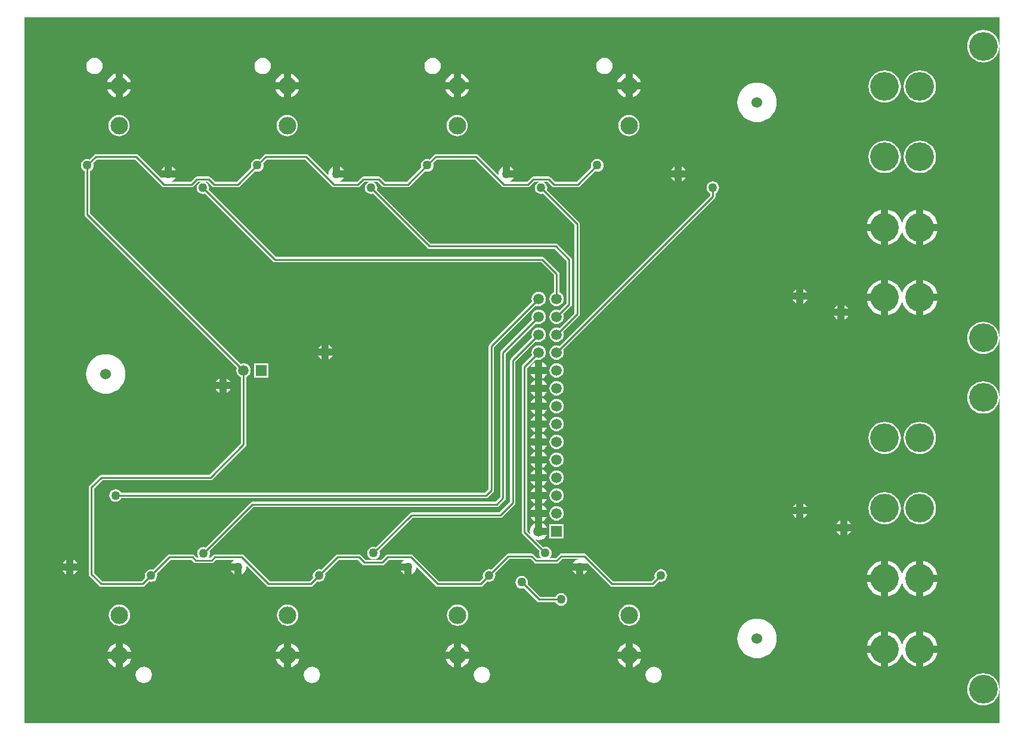
<source format=gbl>
G04 Layer_Physical_Order=2*
G04 Layer_Color=16711680*
%FSLAX23Y23*%
%MOIN*%
G70*
G01*
G75*
%ADD24C,0.010*%
%ADD29C,0.060*%
%ADD30C,0.098*%
%ADD31C,0.160*%
%ADD32C,0.059*%
%ADD33R,0.059X0.059*%
%ADD34R,0.059X0.059*%
%ADD35C,0.050*%
G36*
X6975Y1025D02*
X1525D01*
Y4975D01*
X6975D01*
Y1025D01*
D02*
G37*
%LPC*%
G36*
X4380Y2245D02*
X4375Y2243D01*
X4365Y2235D01*
X4357Y2225D01*
X4355Y2220D01*
X4380D01*
Y2245D01*
D02*
G37*
G36*
X4420D02*
Y2220D01*
X4445D01*
X4443Y2225D01*
X4435Y2235D01*
X4425Y2243D01*
X4420Y2245D01*
D02*
G37*
G36*
X5900Y2195D02*
X5880D01*
Y2175D01*
X5883Y2176D01*
X5892Y2183D01*
X5899Y2192D01*
X5900Y2195D01*
D02*
G37*
G36*
X4500Y2240D02*
X4490Y2239D01*
X4480Y2235D01*
X4472Y2228D01*
X4465Y2220D01*
X4461Y2210D01*
X4460Y2200D01*
X4461Y2190D01*
X4465Y2180D01*
X4472Y2172D01*
X4480Y2165D01*
X4490Y2161D01*
X4500Y2160D01*
X4510Y2161D01*
X4520Y2165D01*
X4528Y2172D01*
X4535Y2180D01*
X4539Y2190D01*
X4540Y2200D01*
X4539Y2210D01*
X4535Y2220D01*
X4528Y2228D01*
X4520Y2235D01*
X4510Y2239D01*
X4500Y2240D01*
D02*
G37*
G36*
X5840Y2195D02*
X5820D01*
X5821Y2192D01*
X5828Y2183D01*
X5837Y2176D01*
X5840Y2175D01*
Y2195D01*
D02*
G37*
G36*
X4445Y2280D02*
X4420D01*
Y2255D01*
X4425Y2257D01*
X4435Y2265D01*
X4443Y2275D01*
X4445Y2280D01*
D02*
G37*
G36*
X4500Y2340D02*
X4490Y2339D01*
X4480Y2335D01*
X4472Y2328D01*
X4465Y2320D01*
X4461Y2310D01*
X4460Y2300D01*
X4461Y2290D01*
X4465Y2280D01*
X4472Y2272D01*
X4480Y2265D01*
X4490Y2261D01*
X4500Y2260D01*
X4510Y2261D01*
X4520Y2265D01*
X4528Y2272D01*
X4535Y2280D01*
X4539Y2290D01*
X4540Y2300D01*
X4539Y2310D01*
X4535Y2320D01*
X4528Y2328D01*
X4520Y2335D01*
X4510Y2339D01*
X4500Y2340D01*
D02*
G37*
G36*
X4380Y2280D02*
X4355D01*
X4357Y2275D01*
X4365Y2265D01*
X4375Y2257D01*
X4380Y2255D01*
Y2280D01*
D02*
G37*
G36*
X5840Y2255D02*
X5837Y2254D01*
X5828Y2247D01*
X5821Y2238D01*
X5820Y2235D01*
X5840D01*
Y2255D01*
D02*
G37*
G36*
X5880D02*
Y2235D01*
X5900D01*
X5899Y2238D01*
X5892Y2247D01*
X5883Y2254D01*
X5880Y2255D01*
D02*
G37*
G36*
X4445Y2180D02*
X4420D01*
Y2155D01*
X4425Y2157D01*
X4435Y2165D01*
X4443Y2175D01*
X4445Y2180D01*
D02*
G37*
G36*
X6145Y2100D02*
X6125D01*
Y2080D01*
X6128Y2081D01*
X6137Y2088D01*
X6144Y2097D01*
X6145Y2100D01*
D02*
G37*
G36*
X4420Y2145D02*
Y2120D01*
X4445D01*
X4443Y2125D01*
X4435Y2135D01*
X4425Y2143D01*
X4420Y2145D01*
D02*
G37*
G36*
X6085Y2100D02*
X6065D01*
X6066Y2097D01*
X6073Y2088D01*
X6082Y2081D01*
X6085Y2080D01*
Y2100D01*
D02*
G37*
G36*
X1800Y1940D02*
Y1920D01*
X1821D01*
X1819Y1922D01*
X1812Y1932D01*
X1803Y1939D01*
X1800Y1940D01*
D02*
G37*
G36*
X4540Y2140D02*
X4460D01*
Y2060D01*
X4540D01*
Y2140D01*
D02*
G37*
G36*
X6125Y2160D02*
Y2140D01*
X6145D01*
X6144Y2143D01*
X6137Y2152D01*
X6128Y2159D01*
X6125Y2160D01*
D02*
G37*
G36*
X4380Y2180D02*
X4355D01*
X4357Y2175D01*
X4365Y2165D01*
X4375Y2157D01*
X4380Y2155D01*
Y2180D01*
D02*
G37*
G36*
X6085Y2160D02*
X6082Y2159D01*
X6073Y2152D01*
X6066Y2143D01*
X6065Y2140D01*
X6085D01*
Y2160D01*
D02*
G37*
G36*
X6333Y2319D02*
X6316Y2317D01*
X6299Y2312D01*
X6283Y2304D01*
X6269Y2293D01*
X6258Y2279D01*
X6250Y2263D01*
X6244Y2246D01*
X6243Y2229D01*
X6244Y2211D01*
X6250Y2194D01*
X6258Y2178D01*
X6269Y2165D01*
X6283Y2154D01*
X6299Y2145D01*
X6316Y2140D01*
X6333Y2138D01*
X6351Y2140D01*
X6368Y2145D01*
X6383Y2154D01*
X6397Y2165D01*
X6408Y2178D01*
X6417Y2194D01*
X6422Y2211D01*
X6424Y2229D01*
X6422Y2246D01*
X6417Y2263D01*
X6408Y2279D01*
X6397Y2293D01*
X6383Y2304D01*
X6368Y2312D01*
X6351Y2317D01*
X6333Y2319D01*
D02*
G37*
G36*
X6530D02*
X6512Y2317D01*
X6495Y2312D01*
X6480Y2304D01*
X6466Y2293D01*
X6455Y2279D01*
X6446Y2263D01*
X6441Y2246D01*
X6440Y2229D01*
X6441Y2211D01*
X6446Y2194D01*
X6455Y2178D01*
X6466Y2165D01*
X6480Y2154D01*
X6495Y2145D01*
X6512Y2140D01*
X6530Y2138D01*
X6548Y2140D01*
X6565Y2145D01*
X6580Y2154D01*
X6594Y2165D01*
X6605Y2178D01*
X6614Y2194D01*
X6619Y2211D01*
X6620Y2229D01*
X6619Y2246D01*
X6614Y2263D01*
X6605Y2279D01*
X6594Y2293D01*
X6580Y2304D01*
X6565Y2312D01*
X6548Y2317D01*
X6530Y2319D01*
D02*
G37*
G36*
X4380Y2345D02*
X4375Y2343D01*
X4365Y2335D01*
X4357Y2325D01*
X4355Y2320D01*
X4380D01*
Y2345D01*
D02*
G37*
G36*
X4445Y2580D02*
X4420D01*
Y2555D01*
X4425Y2557D01*
X4435Y2565D01*
X4443Y2575D01*
X4445Y2580D01*
D02*
G37*
G36*
X4500Y2640D02*
X4490Y2639D01*
X4480Y2635D01*
X4472Y2628D01*
X4465Y2620D01*
X4461Y2610D01*
X4460Y2600D01*
X4461Y2590D01*
X4465Y2580D01*
X4472Y2572D01*
X4480Y2565D01*
X4490Y2561D01*
X4500Y2560D01*
X4510Y2561D01*
X4520Y2565D01*
X4528Y2572D01*
X4535Y2580D01*
X4539Y2590D01*
X4540Y2600D01*
X4539Y2610D01*
X4535Y2620D01*
X4528Y2628D01*
X4520Y2635D01*
X4510Y2639D01*
X4500Y2640D01*
D02*
G37*
G36*
X4380Y2580D02*
X4355D01*
X4357Y2575D01*
X4365Y2565D01*
X4375Y2557D01*
X4380Y2555D01*
Y2580D01*
D02*
G37*
G36*
X6333Y2713D02*
X6316Y2711D01*
X6299Y2706D01*
X6283Y2698D01*
X6269Y2686D01*
X6258Y2673D01*
X6250Y2657D01*
X6244Y2640D01*
X6243Y2622D01*
X6244Y2605D01*
X6250Y2588D01*
X6258Y2572D01*
X6269Y2558D01*
X6283Y2547D01*
X6299Y2539D01*
X6316Y2534D01*
X6333Y2532D01*
X6351Y2534D01*
X6368Y2539D01*
X6383Y2547D01*
X6397Y2558D01*
X6408Y2572D01*
X6417Y2588D01*
X6422Y2605D01*
X6424Y2622D01*
X6422Y2640D01*
X6417Y2657D01*
X6408Y2673D01*
X6397Y2686D01*
X6383Y2698D01*
X6368Y2706D01*
X6351Y2711D01*
X6333Y2713D01*
D02*
G37*
G36*
X6530D02*
X6512Y2711D01*
X6495Y2706D01*
X6480Y2698D01*
X6466Y2686D01*
X6455Y2673D01*
X6446Y2657D01*
X6441Y2640D01*
X6440Y2622D01*
X6441Y2605D01*
X6446Y2588D01*
X6455Y2572D01*
X6466Y2558D01*
X6480Y2547D01*
X6495Y2539D01*
X6512Y2534D01*
X6530Y2532D01*
X6548Y2534D01*
X6565Y2539D01*
X6580Y2547D01*
X6594Y2558D01*
X6605Y2572D01*
X6614Y2588D01*
X6619Y2605D01*
X6620Y2622D01*
X6619Y2640D01*
X6614Y2657D01*
X6605Y2673D01*
X6594Y2686D01*
X6580Y2698D01*
X6565Y2706D01*
X6548Y2711D01*
X6530Y2713D01*
D02*
G37*
G36*
X4445Y2680D02*
X4420D01*
Y2655D01*
X4425Y2657D01*
X4435Y2665D01*
X4443Y2675D01*
X4445Y2680D01*
D02*
G37*
G36*
X4500Y2740D02*
X4490Y2739D01*
X4480Y2735D01*
X4472Y2728D01*
X4465Y2720D01*
X4461Y2710D01*
X4460Y2700D01*
X4461Y2690D01*
X4465Y2680D01*
X4472Y2672D01*
X4480Y2665D01*
X4490Y2661D01*
X4500Y2660D01*
X4510Y2661D01*
X4520Y2665D01*
X4528Y2672D01*
X4535Y2680D01*
X4539Y2690D01*
X4540Y2700D01*
X4539Y2710D01*
X4535Y2720D01*
X4528Y2728D01*
X4520Y2735D01*
X4510Y2739D01*
X4500Y2740D01*
D02*
G37*
G36*
X4380Y2680D02*
X4355D01*
X4357Y2675D01*
X4365Y2665D01*
X4375Y2657D01*
X4380Y2655D01*
Y2680D01*
D02*
G37*
G36*
Y2645D02*
X4375Y2643D01*
X4365Y2635D01*
X4357Y2625D01*
X4355Y2620D01*
X4380D01*
Y2645D01*
D02*
G37*
G36*
X4420D02*
Y2620D01*
X4445D01*
X4443Y2625D01*
X4435Y2635D01*
X4425Y2643D01*
X4420Y2645D01*
D02*
G37*
G36*
Y2545D02*
Y2520D01*
X4445D01*
X4443Y2525D01*
X4435Y2535D01*
X4425Y2543D01*
X4420Y2545D01*
D02*
G37*
G36*
X4500Y2440D02*
X4490Y2439D01*
X4480Y2435D01*
X4472Y2428D01*
X4465Y2420D01*
X4461Y2410D01*
X4460Y2400D01*
X4461Y2390D01*
X4465Y2380D01*
X4472Y2372D01*
X4480Y2365D01*
X4490Y2361D01*
X4500Y2360D01*
X4510Y2361D01*
X4520Y2365D01*
X4528Y2372D01*
X4535Y2380D01*
X4539Y2390D01*
X4540Y2400D01*
X4539Y2410D01*
X4535Y2420D01*
X4528Y2428D01*
X4520Y2435D01*
X4510Y2439D01*
X4500Y2440D01*
D02*
G37*
G36*
X4380Y2445D02*
X4375Y2443D01*
X4365Y2435D01*
X4357Y2425D01*
X4355Y2420D01*
X4380D01*
Y2445D01*
D02*
G37*
G36*
X4445Y2380D02*
X4420D01*
Y2355D01*
X4425Y2357D01*
X4435Y2365D01*
X4443Y2375D01*
X4445Y2380D01*
D02*
G37*
G36*
X4420Y2345D02*
Y2320D01*
X4445D01*
X4443Y2325D01*
X4435Y2335D01*
X4425Y2343D01*
X4420Y2345D01*
D02*
G37*
G36*
X4380Y2380D02*
X4355D01*
X4357Y2375D01*
X4365Y2365D01*
X4375Y2357D01*
X4380Y2355D01*
Y2380D01*
D02*
G37*
G36*
X4500Y2540D02*
X4490Y2539D01*
X4480Y2535D01*
X4472Y2528D01*
X4465Y2520D01*
X4461Y2510D01*
X4460Y2500D01*
X4461Y2490D01*
X4465Y2480D01*
X4472Y2472D01*
X4480Y2465D01*
X4490Y2461D01*
X4500Y2460D01*
X4510Y2461D01*
X4520Y2465D01*
X4528Y2472D01*
X4535Y2480D01*
X4539Y2490D01*
X4540Y2500D01*
X4539Y2510D01*
X4535Y2520D01*
X4528Y2528D01*
X4520Y2535D01*
X4510Y2539D01*
X4500Y2540D01*
D02*
G37*
G36*
X4380Y2545D02*
X4375Y2543D01*
X4365Y2535D01*
X4357Y2525D01*
X4355Y2520D01*
X4380D01*
Y2545D01*
D02*
G37*
G36*
X4445Y2480D02*
X4420D01*
Y2455D01*
X4425Y2457D01*
X4435Y2465D01*
X4443Y2475D01*
X4445Y2480D01*
D02*
G37*
G36*
X4420Y2445D02*
Y2420D01*
X4445D01*
X4443Y2425D01*
X4435Y2435D01*
X4425Y2443D01*
X4420Y2445D01*
D02*
G37*
G36*
X4380Y2480D02*
X4355D01*
X4357Y2475D01*
X4365Y2465D01*
X4375Y2457D01*
X4380Y2455D01*
Y2480D01*
D02*
G37*
G36*
X1760Y1940D02*
X1757Y1939D01*
X1748Y1932D01*
X1741Y1922D01*
X1740Y1920D01*
X1760D01*
Y1940D01*
D02*
G37*
G36*
X6353Y1540D02*
Y1441D01*
Y1343D01*
X6372Y1348D01*
X6389Y1358D01*
X6404Y1370D01*
X6417Y1385D01*
X6426Y1403D01*
X6432Y1421D01*
X6437Y1403D01*
X6446Y1385D01*
X6459Y1370D01*
X6474Y1358D01*
X6492Y1348D01*
X6510Y1343D01*
Y1441D01*
Y1540D01*
X6492Y1534D01*
X6474Y1525D01*
X6459Y1512D01*
X6446Y1497D01*
X6437Y1480D01*
X6432Y1461D01*
X6426Y1480D01*
X6417Y1497D01*
X6404Y1512D01*
X6389Y1525D01*
X6372Y1534D01*
X6353Y1540D01*
D02*
G37*
G36*
X6628Y1421D02*
X6550D01*
Y1343D01*
X6568Y1348D01*
X6586Y1358D01*
X6601Y1370D01*
X6614Y1385D01*
X6623Y1403D01*
X6628Y1421D01*
D02*
G37*
G36*
X6313D02*
X6235D01*
X6240Y1403D01*
X6250Y1385D01*
X6262Y1370D01*
X6277Y1358D01*
X6295Y1348D01*
X6313Y1343D01*
Y1421D01*
D02*
G37*
G36*
X2036Y1386D02*
X1990D01*
X1992Y1379D01*
X1998Y1367D01*
X2007Y1356D01*
X2018Y1348D01*
X2030Y1341D01*
X2036Y1339D01*
Y1386D01*
D02*
G37*
G36*
X2976D02*
X2930D01*
X2932Y1379D01*
X2938Y1367D01*
X2947Y1356D01*
X2958Y1348D01*
X2970Y1341D01*
X2976Y1339D01*
Y1386D01*
D02*
G37*
G36*
X4886Y1472D02*
X4880Y1470D01*
X4868Y1463D01*
X4857Y1455D01*
X4848Y1444D01*
X4842Y1432D01*
X4840Y1426D01*
X4886D01*
Y1472D01*
D02*
G37*
G36*
X2976D02*
X2970Y1470D01*
X2958Y1463D01*
X2947Y1455D01*
X2938Y1444D01*
X2932Y1432D01*
X2930Y1426D01*
X2976D01*
Y1472D01*
D02*
G37*
G36*
X3926D02*
X3920Y1470D01*
X3908Y1463D01*
X3897Y1455D01*
X3888Y1444D01*
X3882Y1432D01*
X3880Y1426D01*
X3926D01*
Y1472D01*
D02*
G37*
G36*
X5620Y1610D02*
X5603Y1609D01*
X5586Y1605D01*
X5570Y1598D01*
X5555Y1589D01*
X5542Y1578D01*
X5531Y1565D01*
X5522Y1550D01*
X5515Y1534D01*
X5511Y1517D01*
X5510Y1500D01*
X5511Y1483D01*
X5515Y1466D01*
X5522Y1450D01*
X5531Y1435D01*
X5542Y1422D01*
X5555Y1411D01*
X5570Y1402D01*
X5586Y1395D01*
X5603Y1391D01*
X5620Y1390D01*
X5637Y1391D01*
X5654Y1395D01*
X5670Y1402D01*
X5685Y1411D01*
X5698Y1422D01*
X5709Y1435D01*
X5718Y1450D01*
X5725Y1466D01*
X5729Y1483D01*
X5730Y1500D01*
X5729Y1517D01*
X5725Y1534D01*
X5718Y1550D01*
X5709Y1565D01*
X5698Y1578D01*
X5685Y1589D01*
X5670Y1598D01*
X5654Y1605D01*
X5637Y1609D01*
X5620Y1610D01*
D02*
G37*
G36*
X2036Y1472D02*
X2030Y1470D01*
X2018Y1463D01*
X2007Y1455D01*
X1998Y1444D01*
X1992Y1432D01*
X1990Y1426D01*
X2036D01*
Y1472D01*
D02*
G37*
G36*
X4886Y1386D02*
X4840D01*
X4842Y1379D01*
X4848Y1367D01*
X4857Y1356D01*
X4868Y1348D01*
X4880Y1341D01*
X4886Y1339D01*
Y1386D01*
D02*
G37*
G36*
X4083Y1342D02*
X4071Y1341D01*
X4060Y1336D01*
X4051Y1329D01*
X4043Y1319D01*
X4039Y1308D01*
X4037Y1297D01*
X4039Y1285D01*
X4043Y1274D01*
X4051Y1264D01*
X4060Y1257D01*
X4071Y1252D01*
X4083Y1251D01*
X4095Y1252D01*
X4106Y1257D01*
X4116Y1264D01*
X4123Y1274D01*
X4127Y1285D01*
X4129Y1297D01*
X4127Y1308D01*
X4123Y1319D01*
X4116Y1329D01*
X4106Y1336D01*
X4095Y1341D01*
X4083Y1342D01*
D02*
G37*
G36*
X5043D02*
X5031Y1341D01*
X5020Y1336D01*
X5011Y1329D01*
X5003Y1319D01*
X4999Y1308D01*
X4997Y1297D01*
X4999Y1285D01*
X5003Y1274D01*
X5011Y1264D01*
X5020Y1257D01*
X5031Y1252D01*
X5043Y1251D01*
X5055Y1252D01*
X5066Y1257D01*
X5076Y1264D01*
X5083Y1274D01*
X5087Y1285D01*
X5089Y1297D01*
X5087Y1308D01*
X5083Y1319D01*
X5076Y1329D01*
X5066Y1336D01*
X5055Y1341D01*
X5043Y1342D01*
D02*
G37*
G36*
X3133D02*
X3121Y1341D01*
X3110Y1336D01*
X3101Y1329D01*
X3093Y1319D01*
X3089Y1308D01*
X3087Y1297D01*
X3089Y1285D01*
X3093Y1274D01*
X3101Y1264D01*
X3110Y1257D01*
X3121Y1252D01*
X3133Y1251D01*
X3145Y1252D01*
X3156Y1257D01*
X3166Y1264D01*
X3173Y1274D01*
X3177Y1285D01*
X3179Y1297D01*
X3177Y1308D01*
X3173Y1319D01*
X3166Y1329D01*
X3156Y1336D01*
X3145Y1341D01*
X3133Y1342D01*
D02*
G37*
G36*
X6884Y1306D02*
X6867Y1304D01*
X6850Y1299D01*
X6834Y1291D01*
X6820Y1280D01*
X6809Y1266D01*
X6801Y1250D01*
X6796Y1233D01*
X6794Y1216D01*
X6796Y1198D01*
X6801Y1181D01*
X6809Y1165D01*
X6820Y1152D01*
X6834Y1141D01*
X6850Y1132D01*
X6867Y1127D01*
X6884Y1125D01*
X6902Y1127D01*
X6919Y1132D01*
X6935Y1141D01*
X6948Y1152D01*
X6960Y1165D01*
X6968Y1181D01*
X6973Y1198D01*
X6975Y1216D01*
X6973Y1233D01*
X6968Y1250D01*
X6960Y1266D01*
X6948Y1280D01*
X6935Y1291D01*
X6919Y1299D01*
X6902Y1304D01*
X6884Y1306D01*
D02*
G37*
G36*
X2193Y1342D02*
X2181Y1341D01*
X2170Y1336D01*
X2161Y1329D01*
X2153Y1319D01*
X2149Y1308D01*
X2147Y1297D01*
X2149Y1285D01*
X2153Y1274D01*
X2161Y1264D01*
X2170Y1257D01*
X2181Y1252D01*
X2193Y1251D01*
X2205Y1252D01*
X2216Y1257D01*
X2226Y1264D01*
X2233Y1274D01*
X2237Y1285D01*
X2239Y1297D01*
X2237Y1308D01*
X2233Y1319D01*
X2226Y1329D01*
X2216Y1336D01*
X2205Y1341D01*
X2193Y1342D01*
D02*
G37*
G36*
X4972Y1386D02*
X4926D01*
Y1339D01*
X4933Y1341D01*
X4945Y1348D01*
X4955Y1356D01*
X4964Y1367D01*
X4970Y1379D01*
X4972Y1386D01*
D02*
G37*
G36*
X3926D02*
X3880D01*
X3882Y1379D01*
X3888Y1367D01*
X3897Y1356D01*
X3908Y1348D01*
X3920Y1341D01*
X3926Y1339D01*
Y1386D01*
D02*
G37*
G36*
X4012D02*
X3966D01*
Y1339D01*
X3973Y1341D01*
X3985Y1348D01*
X3995Y1356D01*
X4004Y1367D01*
X4010Y1379D01*
X4012Y1386D01*
D02*
G37*
G36*
X2122D02*
X2076D01*
Y1339D01*
X2083Y1341D01*
X2095Y1348D01*
X2105Y1356D01*
X2114Y1367D01*
X2120Y1379D01*
X2122Y1386D01*
D02*
G37*
G36*
X3062D02*
X3016D01*
Y1339D01*
X3023Y1341D01*
X3035Y1348D01*
X3045Y1356D01*
X3054Y1367D01*
X3060Y1379D01*
X3062Y1386D01*
D02*
G37*
G36*
X2076Y1472D02*
Y1426D01*
X2122D01*
X2120Y1432D01*
X2114Y1444D01*
X2105Y1455D01*
X2095Y1463D01*
X2083Y1470D01*
X2076Y1472D01*
D02*
G37*
G36*
X6550Y1933D02*
Y1855D01*
X6628D01*
X6623Y1873D01*
X6614Y1891D01*
X6601Y1906D01*
X6586Y1919D01*
X6568Y1928D01*
X6550Y1933D01*
D02*
G37*
G36*
X1760Y1880D02*
X1740D01*
X1741Y1877D01*
X1748Y1867D01*
X1757Y1860D01*
X1760Y1859D01*
Y1880D01*
D02*
G37*
G36*
X6313Y1933D02*
X6295Y1928D01*
X6277Y1919D01*
X6262Y1906D01*
X6250Y1891D01*
X6240Y1873D01*
X6235Y1855D01*
X6313D01*
Y1933D01*
D02*
G37*
G36*
X6353D02*
Y1835D01*
Y1737D01*
X6372Y1742D01*
X6389Y1751D01*
X6404Y1764D01*
X6417Y1779D01*
X6426Y1797D01*
X6432Y1815D01*
X6437Y1797D01*
X6446Y1779D01*
X6459Y1764D01*
X6474Y1751D01*
X6492Y1742D01*
X6510Y1737D01*
Y1835D01*
Y1933D01*
X6492Y1928D01*
X6474Y1919D01*
X6459Y1906D01*
X6446Y1891D01*
X6437Y1873D01*
X6432Y1855D01*
X6426Y1873D01*
X6417Y1891D01*
X6404Y1906D01*
X6389Y1919D01*
X6372Y1928D01*
X6353Y1933D01*
D02*
G37*
G36*
X6628Y1815D02*
X6550D01*
Y1737D01*
X6568Y1742D01*
X6586Y1751D01*
X6601Y1764D01*
X6614Y1779D01*
X6623Y1797D01*
X6628Y1815D01*
D02*
G37*
G36*
X4610Y1880D02*
X4590D01*
X4591Y1877D01*
X4598Y1868D01*
X4607Y1861D01*
X4610Y1860D01*
Y1880D01*
D02*
G37*
G36*
X4670D02*
X4650D01*
Y1860D01*
X4653Y1861D01*
X4662Y1868D01*
X4669Y1877D01*
X4670Y1880D01*
D02*
G37*
G36*
X3650D02*
X3630D01*
X3631Y1877D01*
X3638Y1868D01*
X3647Y1861D01*
X3650Y1860D01*
Y1880D01*
D02*
G37*
G36*
X1821Y1880D02*
X1800D01*
Y1859D01*
X1803Y1860D01*
X1812Y1867D01*
X1819Y1877D01*
X1821Y1880D01*
D02*
G37*
G36*
X2700Y1880D02*
X2680D01*
X2681Y1877D01*
X2688Y1868D01*
X2697Y1861D01*
X2700Y1860D01*
Y1880D01*
D02*
G37*
G36*
X6313Y1815D02*
X6235D01*
X6240Y1797D01*
X6250Y1779D01*
X6262Y1764D01*
X6277Y1751D01*
X6295Y1742D01*
X6313Y1737D01*
Y1815D01*
D02*
G37*
G36*
Y1540D02*
X6295Y1534D01*
X6277Y1525D01*
X6262Y1512D01*
X6250Y1497D01*
X6240Y1480D01*
X6235Y1461D01*
X6313D01*
Y1540D01*
D02*
G37*
G36*
X6550D02*
Y1461D01*
X6628D01*
X6623Y1480D01*
X6614Y1497D01*
X6601Y1512D01*
X6586Y1525D01*
X6568Y1534D01*
X6550Y1540D01*
D02*
G37*
G36*
X3016Y1472D02*
Y1426D01*
X3062D01*
X3060Y1432D01*
X3054Y1444D01*
X3045Y1455D01*
X3035Y1463D01*
X3023Y1470D01*
X3016Y1472D01*
D02*
G37*
G36*
X3966D02*
Y1426D01*
X4012D01*
X4010Y1432D01*
X4004Y1444D01*
X3995Y1455D01*
X3985Y1463D01*
X3973Y1470D01*
X3966Y1472D01*
D02*
G37*
G36*
X4926D02*
Y1426D01*
X4972D01*
X4970Y1432D01*
X4964Y1444D01*
X4955Y1455D01*
X4945Y1463D01*
X4933Y1470D01*
X4926Y1472D01*
D02*
G37*
G36*
X4906Y1689D02*
X4895Y1688D01*
X4883Y1685D01*
X4873Y1679D01*
X4864Y1672D01*
X4857Y1663D01*
X4851Y1653D01*
X4848Y1642D01*
X4847Y1630D01*
X4848Y1618D01*
X4851Y1607D01*
X4857Y1597D01*
X4864Y1588D01*
X4873Y1581D01*
X4883Y1575D01*
X4895Y1572D01*
X4906Y1571D01*
X4918Y1572D01*
X4929Y1575D01*
X4939Y1581D01*
X4948Y1588D01*
X4956Y1597D01*
X4961Y1607D01*
X4964Y1618D01*
X4966Y1630D01*
X4964Y1642D01*
X4961Y1653D01*
X4956Y1663D01*
X4948Y1672D01*
X4939Y1679D01*
X4929Y1685D01*
X4918Y1688D01*
X4906Y1689D01*
D02*
G37*
G36*
X4305Y1850D02*
X4296Y1849D01*
X4287Y1846D01*
X4280Y1840D01*
X4274Y1833D01*
X4271Y1824D01*
X4270Y1815D01*
X4271Y1806D01*
X4274Y1797D01*
X4280Y1790D01*
X4287Y1784D01*
X4296Y1781D01*
X4305Y1780D01*
X4314Y1781D01*
X4316Y1782D01*
X4391Y1707D01*
X4396Y1704D01*
X4402Y1703D01*
X4493D01*
X4494Y1701D01*
X4500Y1693D01*
X4507Y1688D01*
X4516Y1684D01*
X4525Y1683D01*
X4534Y1684D01*
X4543Y1688D01*
X4550Y1693D01*
X4556Y1701D01*
X4559Y1709D01*
X4560Y1718D01*
X4559Y1727D01*
X4556Y1736D01*
X4550Y1743D01*
X4543Y1749D01*
X4534Y1752D01*
X4525Y1753D01*
X4516Y1752D01*
X4507Y1749D01*
X4500Y1743D01*
X4494Y1736D01*
X4493Y1733D01*
X4408D01*
X4338Y1804D01*
X4339Y1806D01*
X4340Y1815D01*
X4339Y1824D01*
X4336Y1833D01*
X4330Y1840D01*
X4323Y1846D01*
X4314Y1849D01*
X4305Y1850D01*
D02*
G37*
G36*
X3946Y1689D02*
X3935Y1688D01*
X3923Y1685D01*
X3913Y1679D01*
X3904Y1672D01*
X3897Y1663D01*
X3891Y1653D01*
X3888Y1642D01*
X3887Y1630D01*
X3888Y1618D01*
X3891Y1607D01*
X3897Y1597D01*
X3904Y1588D01*
X3913Y1581D01*
X3923Y1575D01*
X3935Y1572D01*
X3946Y1571D01*
X3958Y1572D01*
X3969Y1575D01*
X3979Y1581D01*
X3988Y1588D01*
X3996Y1597D01*
X4001Y1607D01*
X4004Y1618D01*
X4006Y1630D01*
X4004Y1642D01*
X4001Y1653D01*
X3996Y1663D01*
X3988Y1672D01*
X3979Y1679D01*
X3969Y1685D01*
X3958Y1688D01*
X3946Y1689D01*
D02*
G37*
G36*
X2056D02*
X2045Y1688D01*
X2033Y1685D01*
X2023Y1679D01*
X2014Y1672D01*
X2007Y1663D01*
X2001Y1653D01*
X1998Y1642D01*
X1997Y1630D01*
X1998Y1618D01*
X2001Y1607D01*
X2007Y1597D01*
X2014Y1588D01*
X2023Y1581D01*
X2033Y1575D01*
X2045Y1572D01*
X2056Y1571D01*
X2068Y1572D01*
X2079Y1575D01*
X2089Y1581D01*
X2098Y1588D01*
X2106Y1597D01*
X2111Y1607D01*
X2114Y1618D01*
X2116Y1630D01*
X2114Y1642D01*
X2111Y1653D01*
X2106Y1663D01*
X2098Y1672D01*
X2089Y1679D01*
X2079Y1685D01*
X2068Y1688D01*
X2056Y1689D01*
D02*
G37*
G36*
X2996D02*
X2985Y1688D01*
X2973Y1685D01*
X2963Y1679D01*
X2954Y1672D01*
X2947Y1663D01*
X2941Y1653D01*
X2938Y1642D01*
X2937Y1630D01*
X2938Y1618D01*
X2941Y1607D01*
X2947Y1597D01*
X2954Y1588D01*
X2963Y1581D01*
X2973Y1575D01*
X2985Y1572D01*
X2996Y1571D01*
X3008Y1572D01*
X3019Y1575D01*
X3029Y1581D01*
X3038Y1588D01*
X3046Y1597D01*
X3051Y1607D01*
X3054Y1618D01*
X3056Y1630D01*
X3054Y1642D01*
X3051Y1653D01*
X3046Y1663D01*
X3038Y1672D01*
X3029Y1679D01*
X3019Y1685D01*
X3008Y1688D01*
X2996Y1689D01*
D02*
G37*
G36*
X4380Y2745D02*
X4375Y2743D01*
X4365Y2735D01*
X4357Y2725D01*
X4355Y2720D01*
X4380D01*
Y2745D01*
D02*
G37*
G36*
X5200Y4140D02*
Y4120D01*
X5220D01*
X5219Y4123D01*
X5212Y4132D01*
X5203Y4139D01*
X5200Y4140D01*
D02*
G37*
G36*
X4050Y4210D02*
X3825D01*
X3819Y4209D01*
X3814Y4206D01*
X3789Y4181D01*
X3786Y4182D01*
X3777Y4183D01*
X3768Y4182D01*
X3760Y4178D01*
X3752Y4173D01*
X3747Y4165D01*
X3743Y4157D01*
X3742Y4148D01*
X3743Y4139D01*
X3744Y4136D01*
X3663Y4055D01*
X3541D01*
X3516Y4081D01*
X3511Y4084D01*
X3505Y4085D01*
X3420D01*
X3414Y4084D01*
X3409Y4081D01*
X3384Y4055D01*
X3275D01*
X3282Y4056D01*
X3293Y4061D01*
X3302Y4068D01*
X3309Y4077D01*
X3310Y4080D01*
X3270D01*
Y4100D01*
X3250D01*
Y4140D01*
X3247Y4139D01*
X3238Y4132D01*
X3231Y4123D01*
X3226Y4112D01*
X3225Y4100D01*
X3226Y4091D01*
X3111Y4206D01*
X3106Y4209D01*
X3100Y4210D01*
X2875D01*
X2869Y4209D01*
X2864Y4206D01*
X2839Y4181D01*
X2836Y4182D01*
X2827Y4183D01*
X2818Y4182D01*
X2810Y4178D01*
X2802Y4173D01*
X2797Y4165D01*
X2793Y4157D01*
X2792Y4148D01*
X2793Y4139D01*
X2794Y4136D01*
X2713Y4055D01*
X2591D01*
X2566Y4081D01*
X2561Y4084D01*
X2555Y4085D01*
X2490D01*
X2484Y4084D01*
X2479Y4081D01*
X2454Y4055D01*
X2335D01*
X2342Y4056D01*
X2353Y4061D01*
X2362Y4068D01*
X2369Y4077D01*
X2370Y4080D01*
X2290D01*
X2291Y4077D01*
X2295Y4071D01*
X2161Y4206D01*
X2156Y4209D01*
X2150Y4210D01*
X1925D01*
X1919Y4209D01*
X1914Y4206D01*
X1889Y4181D01*
X1886Y4182D01*
X1877Y4183D01*
X1868Y4182D01*
X1860Y4178D01*
X1852Y4173D01*
X1847Y4165D01*
X1843Y4157D01*
X1842Y4148D01*
X1843Y4139D01*
X1847Y4130D01*
X1852Y4123D01*
X1860Y4117D01*
X1862Y4116D01*
Y3873D01*
X1863Y3867D01*
X1866Y3862D01*
X2713Y3015D01*
X2711Y3010D01*
X2710Y3000D01*
X2711Y2990D01*
X2715Y2980D01*
X2722Y2972D01*
X2730Y2965D01*
X2735Y2964D01*
Y2591D01*
X2559Y2415D01*
X1955D01*
X1950Y2414D01*
X1949Y2414D01*
X1944Y2411D01*
X1889Y2356D01*
X1886Y2351D01*
X1885Y2345D01*
Y1860D01*
X1886Y1854D01*
X1889Y1849D01*
X1944Y1794D01*
X1949Y1791D01*
X1950Y1791D01*
X1955Y1790D01*
X2186D01*
X2192Y1791D01*
X2197Y1794D01*
X2221Y1819D01*
X2224Y1818D01*
X2233Y1817D01*
X2242Y1818D01*
X2251Y1821D01*
X2258Y1827D01*
X2263Y1834D01*
X2267Y1843D01*
X2268Y1852D01*
X2267Y1861D01*
X2266Y1863D01*
X2342Y1940D01*
X2459D01*
X2472Y1926D01*
X2477Y1923D01*
X2483Y1922D01*
X2572D01*
X2578Y1923D01*
X2583Y1926D01*
X2596Y1940D01*
X2698D01*
X2697Y1939D01*
X2688Y1932D01*
X2681Y1923D01*
X2680Y1920D01*
X2720D01*
Y1900D01*
X2740D01*
Y1860D01*
X2743Y1861D01*
X2752Y1868D01*
X2759Y1877D01*
X2764Y1888D01*
X2765Y1900D01*
X2764Y1909D01*
X2879Y1794D01*
X2884Y1791D01*
X2890Y1790D01*
X3125D01*
X3131Y1791D01*
X3136Y1794D01*
X3161Y1819D01*
X3164Y1818D01*
X3173Y1817D01*
X3182Y1818D01*
X3190Y1822D01*
X3198Y1827D01*
X3203Y1835D01*
X3207Y1843D01*
X3208Y1852D01*
X3207Y1861D01*
X3206Y1864D01*
X3282Y1940D01*
X3389D01*
X3414Y1914D01*
X3419Y1911D01*
X3425Y1910D01*
X3525D01*
X3531Y1911D01*
X3536Y1914D01*
X3561Y1940D01*
X3648D01*
X3647Y1939D01*
X3638Y1932D01*
X3631Y1923D01*
X3630Y1920D01*
X3670D01*
Y1900D01*
X3690D01*
Y1860D01*
X3693Y1861D01*
X3702Y1868D01*
X3709Y1877D01*
X3714Y1888D01*
X3715Y1900D01*
X3715Y1903D01*
X3824Y1794D01*
X3829Y1791D01*
X3835Y1790D01*
X4075D01*
X4081Y1791D01*
X4086Y1794D01*
X4111Y1819D01*
X4114Y1818D01*
X4123Y1817D01*
X4132Y1818D01*
X4140Y1822D01*
X4148Y1827D01*
X4153Y1835D01*
X4157Y1843D01*
X4158Y1852D01*
X4157Y1861D01*
X4156Y1864D01*
X4237Y1945D01*
X4354D01*
X4374Y1924D01*
X4379Y1921D01*
X4380Y1921D01*
X4385Y1920D01*
X4500D01*
X4506Y1921D01*
X4511Y1924D01*
X4531Y1945D01*
X4625D01*
X4618Y1944D01*
X4607Y1939D01*
X4598Y1932D01*
X4591Y1923D01*
X4590Y1920D01*
X4670D01*
X4669Y1923D01*
X4665Y1929D01*
X4799Y1794D01*
X4804Y1791D01*
X4810Y1790D01*
X5035D01*
X5041Y1791D01*
X5046Y1794D01*
X5071Y1819D01*
X5074Y1818D01*
X5083Y1817D01*
X5092Y1818D01*
X5100Y1822D01*
X5108Y1827D01*
X5113Y1835D01*
X5117Y1843D01*
X5118Y1852D01*
X5117Y1861D01*
X5113Y1870D01*
X5108Y1877D01*
X5100Y1883D01*
X5092Y1886D01*
X5083Y1888D01*
X5074Y1886D01*
X5065Y1883D01*
X5058Y1877D01*
X5052Y1870D01*
X5049Y1861D01*
X5047Y1852D01*
X5049Y1843D01*
X5050Y1841D01*
X5029Y1820D01*
X4816D01*
X4666Y1971D01*
X4661Y1974D01*
X4655Y1975D01*
X4525D01*
X4520Y1974D01*
X4519Y1974D01*
X4514Y1971D01*
X4494Y1950D01*
X4459D01*
X4462Y1953D01*
X4468Y1960D01*
X4471Y1969D01*
X4472Y1978D01*
X4471Y1987D01*
X4468Y1996D01*
X4462Y2003D01*
X4455Y2008D01*
X4446Y2012D01*
X4437Y2013D01*
X4428Y2012D01*
X4426Y2011D01*
X4383Y2053D01*
X4387Y2052D01*
X4400Y2050D01*
X4413Y2052D01*
X4425Y2057D01*
X4435Y2065D01*
X4443Y2075D01*
X4445Y2080D01*
X4400D01*
Y2100D01*
X4380D01*
Y2145D01*
X4375Y2143D01*
X4365Y2135D01*
X4357Y2125D01*
X4352Y2113D01*
X4350Y2100D01*
X4352Y2087D01*
X4353Y2083D01*
X4335Y2101D01*
Y3014D01*
X4385Y3063D01*
X4390Y3061D01*
X4400Y3060D01*
X4410Y3061D01*
X4420Y3065D01*
X4428Y3072D01*
X4435Y3080D01*
X4439Y3090D01*
X4440Y3100D01*
X4439Y3110D01*
X4435Y3120D01*
X4428Y3128D01*
X4420Y3135D01*
X4410Y3139D01*
X4400Y3140D01*
X4390Y3139D01*
X4380Y3135D01*
X4372Y3128D01*
X4365Y3120D01*
X4361Y3110D01*
X4360Y3100D01*
X4361Y3090D01*
X4363Y3085D01*
X4309Y3031D01*
X4306Y3026D01*
X4305Y3020D01*
Y2095D01*
X4306Y2089D01*
X4309Y2084D01*
X4404Y1989D01*
X4403Y1987D01*
X4402Y1978D01*
X4403Y1969D01*
X4407Y1960D01*
X4412Y1953D01*
X4416Y1950D01*
X4391D01*
X4371Y1971D01*
X4366Y1974D01*
X4360Y1975D01*
X4230D01*
X4225Y1974D01*
X4220Y1971D01*
X4134Y1885D01*
X4132Y1886D01*
X4123Y1888D01*
X4114Y1886D01*
X4105Y1883D01*
X4098Y1877D01*
X4092Y1870D01*
X4089Y1861D01*
X4087Y1852D01*
X4089Y1843D01*
X4090Y1841D01*
X4069Y1820D01*
X3841D01*
X3696Y1966D01*
X3691Y1969D01*
X3685Y1970D01*
X3555D01*
X3549Y1969D01*
X3544Y1966D01*
X3519Y1940D01*
X3431D01*
X3406Y1966D01*
X3401Y1969D01*
X3395Y1970D01*
X3275D01*
X3270Y1969D01*
X3265Y1966D01*
X3184Y1885D01*
X3182Y1886D01*
X3173Y1888D01*
X3164Y1886D01*
X3155Y1883D01*
X3148Y1877D01*
X3142Y1870D01*
X3139Y1861D01*
X3137Y1852D01*
X3139Y1843D01*
X3140Y1841D01*
X3119Y1820D01*
X2896D01*
X2751Y1966D01*
X2746Y1969D01*
X2740Y1970D01*
X2590D01*
X2584Y1969D01*
X2579Y1966D01*
X2566Y1952D01*
X2552D01*
X2558Y1959D01*
X2561Y1968D01*
X2562Y1977D01*
X2561Y1986D01*
X2560Y1989D01*
X2806Y2235D01*
X4165D01*
X4171Y2236D01*
X4176Y2239D01*
X4211Y2274D01*
X4214Y2279D01*
X4215Y2285D01*
Y3094D01*
X4385Y3263D01*
X4390Y3261D01*
X4400Y3260D01*
X4410Y3261D01*
X4420Y3265D01*
X4428Y3272D01*
X4435Y3280D01*
X4439Y3290D01*
X4440Y3300D01*
X4439Y3310D01*
X4435Y3320D01*
X4428Y3328D01*
X4420Y3335D01*
X4410Y3339D01*
X4400Y3340D01*
X4390Y3339D01*
X4380Y3335D01*
X4372Y3328D01*
X4365Y3320D01*
X4361Y3310D01*
X4360Y3300D01*
X4361Y3290D01*
X4363Y3285D01*
X4189Y3111D01*
X4186Y3106D01*
X4185Y3100D01*
Y2291D01*
X4159Y2265D01*
X2800D01*
X2794Y2264D01*
X2789Y2261D01*
X2539Y2010D01*
X2536Y2011D01*
X2527Y2012D01*
X2518Y2011D01*
X2509Y2008D01*
X2502Y2002D01*
X2497Y1995D01*
X2493Y1986D01*
X2492Y1977D01*
X2493Y1968D01*
X2497Y1959D01*
X2502Y1952D01*
X2489D01*
X2476Y1966D01*
X2471Y1969D01*
X2465Y1970D01*
X2336D01*
X2330Y1969D01*
X2325Y1966D01*
X2244Y1885D01*
X2242Y1886D01*
X2233Y1887D01*
X2224Y1886D01*
X2215Y1882D01*
X2208Y1877D01*
X2202Y1869D01*
X2199Y1861D01*
X2198Y1852D01*
X2199Y1843D01*
X2200Y1840D01*
X2180Y1820D01*
X1961D01*
X1915Y1866D01*
Y2339D01*
X1961Y2385D01*
X2565D01*
X2571Y2386D01*
X2576Y2389D01*
X2761Y2574D01*
X2764Y2579D01*
X2765Y2585D01*
Y2964D01*
X2770Y2965D01*
X2778Y2972D01*
X2785Y2980D01*
X2789Y2990D01*
X2790Y3000D01*
X2789Y3010D01*
X2785Y3020D01*
X2778Y3028D01*
X2770Y3035D01*
X2760Y3039D01*
X2750Y3040D01*
X2740Y3039D01*
X2735Y3037D01*
X1893Y3879D01*
Y4116D01*
X1895Y4117D01*
X1902Y4123D01*
X1908Y4130D01*
X1911Y4139D01*
X1913Y4148D01*
X1911Y4157D01*
X1910Y4159D01*
X1931Y4180D01*
X2144D01*
X2294Y4029D01*
X2299Y4026D01*
X2305Y4025D01*
X2460D01*
X2466Y4026D01*
X2471Y4029D01*
X2496Y4055D01*
X2510D01*
X2505Y4053D01*
X2498Y4047D01*
X2492Y4040D01*
X2489Y4031D01*
X2488Y4022D01*
X2489Y4013D01*
X2492Y4004D01*
X2498Y3997D01*
X2505Y3992D01*
X2514Y3988D01*
X2523Y3987D01*
X2532Y3988D01*
X2534Y3989D01*
X2914Y3609D01*
X2919Y3606D01*
X2925Y3605D01*
X4414D01*
X4485Y3534D01*
Y3436D01*
X4480Y3435D01*
X4472Y3428D01*
X4465Y3420D01*
X4461Y3410D01*
X4460Y3400D01*
X4461Y3390D01*
X4465Y3380D01*
X4472Y3372D01*
X4480Y3365D01*
X4490Y3361D01*
X4500Y3360D01*
X4510Y3361D01*
X4520Y3365D01*
X4528Y3372D01*
X4535Y3380D01*
X4539Y3390D01*
X4540Y3400D01*
X4539Y3410D01*
X4535Y3420D01*
X4528Y3428D01*
X4520Y3435D01*
X4515Y3436D01*
Y3540D01*
X4514Y3546D01*
X4511Y3551D01*
X4431Y3631D01*
X4426Y3634D01*
X4420Y3635D01*
X2931D01*
X2556Y4011D01*
X2557Y4013D01*
X2558Y4022D01*
X2557Y4031D01*
X2553Y4040D01*
X2548Y4047D01*
X2541Y4053D01*
X2536Y4055D01*
X2549D01*
X2574Y4029D01*
X2579Y4026D01*
X2585Y4025D01*
X2720D01*
X2725Y4026D01*
X2730Y4029D01*
X2816Y4115D01*
X2818Y4114D01*
X2827Y4112D01*
X2836Y4114D01*
X2845Y4117D01*
X2852Y4123D01*
X2858Y4130D01*
X2861Y4139D01*
X2863Y4148D01*
X2861Y4157D01*
X2860Y4159D01*
X2881Y4180D01*
X3094D01*
X3244Y4029D01*
X3249Y4026D01*
X3255Y4025D01*
X3390D01*
X3396Y4026D01*
X3401Y4029D01*
X3426Y4055D01*
X3450D01*
X3445Y4053D01*
X3438Y4047D01*
X3432Y4040D01*
X3429Y4031D01*
X3428Y4022D01*
X3429Y4013D01*
X3432Y4004D01*
X3438Y3997D01*
X3445Y3992D01*
X3454Y3988D01*
X3463Y3987D01*
X3472Y3988D01*
X3474Y3989D01*
X3779Y3684D01*
X3784Y3681D01*
X3790Y3680D01*
X4489D01*
X4555Y3614D01*
Y3376D01*
X4515Y3337D01*
X4510Y3339D01*
X4500Y3340D01*
X4490Y3339D01*
X4480Y3335D01*
X4472Y3328D01*
X4465Y3320D01*
X4461Y3310D01*
X4460Y3300D01*
X4461Y3290D01*
X4465Y3280D01*
X4472Y3272D01*
X4480Y3265D01*
X4490Y3261D01*
X4500Y3260D01*
X4510Y3261D01*
X4520Y3265D01*
X4528Y3272D01*
X4535Y3280D01*
X4539Y3290D01*
X4540Y3300D01*
X4539Y3310D01*
X4537Y3315D01*
X4581Y3359D01*
X4584Y3364D01*
X4584Y3365D01*
X4585Y3370D01*
Y3620D01*
X4584Y3626D01*
X4581Y3631D01*
X4506Y3706D01*
X4501Y3709D01*
X4495Y3710D01*
X3796D01*
X3496Y4011D01*
X3497Y4013D01*
X3498Y4022D01*
X3497Y4031D01*
X3493Y4040D01*
X3488Y4047D01*
X3481Y4053D01*
X3476Y4055D01*
X3499D01*
X3524Y4029D01*
X3529Y4026D01*
X3535Y4025D01*
X3670D01*
X3675Y4026D01*
X3680Y4029D01*
X3766Y4115D01*
X3768Y4114D01*
X3777Y4112D01*
X3786Y4114D01*
X3795Y4117D01*
X3802Y4123D01*
X3808Y4130D01*
X3811Y4139D01*
X3813Y4148D01*
X3811Y4157D01*
X3810Y4159D01*
X3831Y4180D01*
X4044D01*
X4194Y4029D01*
X4199Y4026D01*
X4205Y4025D01*
X4340D01*
X4346Y4026D01*
X4351Y4029D01*
X4376Y4055D01*
X4400D01*
X4395Y4053D01*
X4388Y4047D01*
X4382Y4040D01*
X4379Y4031D01*
X4378Y4022D01*
X4379Y4013D01*
X4382Y4004D01*
X4388Y3997D01*
X4395Y3992D01*
X4404Y3988D01*
X4413Y3987D01*
X4422Y3988D01*
X4424Y3989D01*
X4600Y3814D01*
Y3321D01*
X4515Y3237D01*
X4510Y3239D01*
X4500Y3240D01*
X4490Y3239D01*
X4480Y3235D01*
X4472Y3228D01*
X4465Y3220D01*
X4461Y3210D01*
X4460Y3200D01*
X4461Y3190D01*
X4465Y3180D01*
X4472Y3172D01*
X4480Y3165D01*
X4490Y3161D01*
X4500Y3160D01*
X4510Y3161D01*
X4520Y3165D01*
X4528Y3172D01*
X4535Y3180D01*
X4539Y3190D01*
X4540Y3200D01*
X4539Y3210D01*
X4537Y3215D01*
X4626Y3304D01*
X4629Y3309D01*
X4630Y3315D01*
Y3820D01*
X4629Y3826D01*
X4626Y3831D01*
X4446Y4011D01*
X4447Y4013D01*
X4448Y4022D01*
X4447Y4031D01*
X4443Y4040D01*
X4438Y4047D01*
X4431Y4053D01*
X4426Y4055D01*
X4449D01*
X4474Y4029D01*
X4479Y4026D01*
X4485Y4025D01*
X4620D01*
X4625Y4026D01*
X4630Y4029D01*
X4716Y4115D01*
X4718Y4114D01*
X4727Y4112D01*
X4736Y4114D01*
X4745Y4117D01*
X4752Y4123D01*
X4758Y4130D01*
X4761Y4139D01*
X4763Y4148D01*
X4761Y4157D01*
X4758Y4165D01*
X4752Y4173D01*
X4745Y4178D01*
X4736Y4182D01*
X4727Y4183D01*
X4718Y4182D01*
X4710Y4178D01*
X4702Y4173D01*
X4697Y4165D01*
X4693Y4157D01*
X4692Y4148D01*
X4693Y4139D01*
X4694Y4136D01*
X4613Y4055D01*
X4491D01*
X4466Y4081D01*
X4461Y4084D01*
X4455Y4085D01*
X4370D01*
X4364Y4084D01*
X4359Y4081D01*
X4334Y4055D01*
X4225D01*
X4232Y4056D01*
X4243Y4061D01*
X4252Y4068D01*
X4259Y4077D01*
X4260Y4080D01*
X4220D01*
Y4100D01*
X4200D01*
Y4140D01*
X4197Y4139D01*
X4188Y4132D01*
X4181Y4123D01*
X4176Y4112D01*
X4175Y4100D01*
X4176Y4091D01*
X4061Y4206D01*
X4056Y4209D01*
X4050Y4210D01*
D02*
G37*
G36*
X5160Y4140D02*
X5157Y4139D01*
X5148Y4132D01*
X5141Y4123D01*
X5140Y4120D01*
X5160D01*
Y4140D01*
D02*
G37*
G36*
X3290D02*
Y4120D01*
X3310D01*
X3309Y4123D01*
X3302Y4132D01*
X3293Y4139D01*
X3290Y4140D01*
D02*
G37*
G36*
X4240D02*
Y4120D01*
X4260D01*
X4259Y4123D01*
X4252Y4132D01*
X4243Y4139D01*
X4240Y4140D01*
D02*
G37*
G36*
X2054Y4429D02*
X2042Y4428D01*
X2031Y4425D01*
X2021Y4419D01*
X2012Y4412D01*
X2004Y4403D01*
X1999Y4393D01*
X1996Y4382D01*
X1994Y4370D01*
X1996Y4358D01*
X1999Y4347D01*
X2004Y4337D01*
X2012Y4328D01*
X2021Y4321D01*
X2031Y4315D01*
X2042Y4312D01*
X2054Y4311D01*
X2065Y4312D01*
X2077Y4315D01*
X2087Y4321D01*
X2096Y4328D01*
X2103Y4337D01*
X2109Y4347D01*
X2112Y4358D01*
X2113Y4370D01*
X2112Y4382D01*
X2109Y4393D01*
X2103Y4403D01*
X2096Y4412D01*
X2087Y4419D01*
X2077Y4425D01*
X2065Y4428D01*
X2054Y4429D01*
D02*
G37*
G36*
X5620Y4610D02*
X5603Y4609D01*
X5586Y4605D01*
X5570Y4598D01*
X5555Y4589D01*
X5542Y4578D01*
X5531Y4565D01*
X5522Y4550D01*
X5515Y4534D01*
X5511Y4517D01*
X5510Y4500D01*
X5511Y4483D01*
X5515Y4466D01*
X5522Y4450D01*
X5531Y4435D01*
X5542Y4422D01*
X5555Y4411D01*
X5570Y4402D01*
X5586Y4395D01*
X5603Y4391D01*
X5620Y4390D01*
X5637Y4391D01*
X5654Y4395D01*
X5670Y4402D01*
X5685Y4411D01*
X5698Y4422D01*
X5709Y4435D01*
X5718Y4450D01*
X5725Y4466D01*
X5729Y4483D01*
X5730Y4500D01*
X5729Y4517D01*
X5725Y4534D01*
X5718Y4550D01*
X5709Y4565D01*
X5698Y4578D01*
X5685Y4589D01*
X5670Y4598D01*
X5654Y4605D01*
X5637Y4609D01*
X5620Y4610D01*
D02*
G37*
G36*
X6333Y4679D02*
X6316Y4677D01*
X6299Y4672D01*
X6283Y4664D01*
X6269Y4653D01*
X6258Y4639D01*
X6250Y4623D01*
X6244Y4606D01*
X6243Y4589D01*
X6244Y4571D01*
X6250Y4554D01*
X6258Y4538D01*
X6269Y4525D01*
X6283Y4514D01*
X6299Y4505D01*
X6316Y4500D01*
X6333Y4498D01*
X6351Y4500D01*
X6368Y4505D01*
X6383Y4514D01*
X6397Y4525D01*
X6408Y4538D01*
X6417Y4554D01*
X6422Y4571D01*
X6424Y4589D01*
X6422Y4606D01*
X6417Y4623D01*
X6408Y4639D01*
X6397Y4653D01*
X6383Y4664D01*
X6368Y4672D01*
X6351Y4677D01*
X6333Y4679D01*
D02*
G37*
G36*
X4904Y4429D02*
X4892Y4428D01*
X4881Y4425D01*
X4871Y4419D01*
X4862Y4412D01*
X4854Y4403D01*
X4849Y4393D01*
X4846Y4382D01*
X4844Y4370D01*
X4846Y4358D01*
X4849Y4347D01*
X4854Y4337D01*
X4862Y4328D01*
X4871Y4321D01*
X4881Y4315D01*
X4892Y4312D01*
X4904Y4311D01*
X4915Y4312D01*
X4927Y4315D01*
X4937Y4321D01*
X4946Y4328D01*
X4953Y4337D01*
X4959Y4347D01*
X4962Y4358D01*
X4963Y4370D01*
X4962Y4382D01*
X4959Y4393D01*
X4953Y4403D01*
X4946Y4412D01*
X4937Y4419D01*
X4927Y4425D01*
X4915Y4428D01*
X4904Y4429D01*
D02*
G37*
G36*
X2994D02*
X2982Y4428D01*
X2971Y4425D01*
X2961Y4419D01*
X2952Y4412D01*
X2944Y4403D01*
X2939Y4393D01*
X2936Y4382D01*
X2934Y4370D01*
X2936Y4358D01*
X2939Y4347D01*
X2944Y4337D01*
X2952Y4328D01*
X2961Y4321D01*
X2971Y4315D01*
X2982Y4312D01*
X2994Y4311D01*
X3005Y4312D01*
X3017Y4315D01*
X3027Y4321D01*
X3036Y4328D01*
X3043Y4337D01*
X3049Y4347D01*
X3052Y4358D01*
X3053Y4370D01*
X3052Y4382D01*
X3049Y4393D01*
X3043Y4403D01*
X3036Y4412D01*
X3027Y4419D01*
X3017Y4425D01*
X3005Y4428D01*
X2994Y4429D01*
D02*
G37*
G36*
X3944D02*
X3932Y4428D01*
X3921Y4425D01*
X3911Y4419D01*
X3902Y4412D01*
X3894Y4403D01*
X3889Y4393D01*
X3886Y4382D01*
X3884Y4370D01*
X3886Y4358D01*
X3889Y4347D01*
X3894Y4337D01*
X3902Y4328D01*
X3911Y4321D01*
X3921Y4315D01*
X3932Y4312D01*
X3944Y4311D01*
X3955Y4312D01*
X3967Y4315D01*
X3977Y4321D01*
X3986Y4328D01*
X3993Y4337D01*
X3999Y4347D01*
X4002Y4358D01*
X4003Y4370D01*
X4002Y4382D01*
X3999Y4393D01*
X3993Y4403D01*
X3986Y4412D01*
X3977Y4419D01*
X3967Y4425D01*
X3955Y4428D01*
X3944Y4429D01*
D02*
G37*
G36*
X6550Y3900D02*
Y3821D01*
X6628D01*
X6623Y3840D01*
X6614Y3857D01*
X6601Y3872D01*
X6586Y3885D01*
X6568Y3894D01*
X6550Y3900D01*
D02*
G37*
G36*
X6510Y3900D02*
X6492Y3894D01*
X6474Y3885D01*
X6459Y3872D01*
X6446Y3857D01*
X6437Y3840D01*
X6432Y3821D01*
X6426Y3840D01*
X6417Y3857D01*
X6404Y3872D01*
X6389Y3885D01*
X6372Y3894D01*
X6353Y3900D01*
Y3801D01*
Y3703D01*
X6372Y3708D01*
X6389Y3718D01*
X6404Y3730D01*
X6417Y3745D01*
X6426Y3763D01*
X6432Y3781D01*
X6437Y3763D01*
X6446Y3745D01*
X6459Y3730D01*
X6474Y3718D01*
X6492Y3708D01*
X6510Y3703D01*
Y3801D01*
Y3900D01*
D02*
G37*
G36*
X6313D02*
X6295Y3894D01*
X6277Y3885D01*
X6262Y3872D01*
X6250Y3857D01*
X6240Y3840D01*
X6235Y3821D01*
X6313D01*
Y3900D01*
D02*
G37*
G36*
Y3781D02*
X6235D01*
X6240Y3763D01*
X6250Y3745D01*
X6262Y3730D01*
X6277Y3718D01*
X6295Y3708D01*
X6313Y3703D01*
Y3781D01*
D02*
G37*
G36*
X6628D02*
X6550D01*
Y3703D01*
X6568Y3708D01*
X6586Y3718D01*
X6601Y3730D01*
X6614Y3745D01*
X6623Y3763D01*
X6628Y3781D01*
D02*
G37*
G36*
X5160Y4080D02*
X5140D01*
X5141Y4077D01*
X5148Y4068D01*
X5157Y4061D01*
X5160Y4060D01*
Y4080D01*
D02*
G37*
G36*
X2310Y4140D02*
X2307Y4139D01*
X2298Y4132D01*
X2291Y4123D01*
X2290Y4120D01*
X2310D01*
Y4140D01*
D02*
G37*
G36*
X2350D02*
Y4120D01*
X2370D01*
X2369Y4123D01*
X2362Y4132D01*
X2353Y4139D01*
X2350Y4140D01*
D02*
G37*
G36*
X6530Y4285D02*
X6512Y4284D01*
X6495Y4279D01*
X6480Y4270D01*
X6466Y4259D01*
X6455Y4245D01*
X6446Y4230D01*
X6441Y4213D01*
X6440Y4195D01*
X6441Y4177D01*
X6446Y4160D01*
X6455Y4145D01*
X6466Y4131D01*
X6480Y4120D01*
X6495Y4111D01*
X6512Y4106D01*
X6530Y4105D01*
X6548Y4106D01*
X6565Y4111D01*
X6580Y4120D01*
X6594Y4131D01*
X6605Y4145D01*
X6614Y4160D01*
X6619Y4177D01*
X6620Y4195D01*
X6619Y4213D01*
X6614Y4230D01*
X6605Y4245D01*
X6594Y4259D01*
X6580Y4270D01*
X6565Y4279D01*
X6548Y4284D01*
X6530Y4285D01*
D02*
G37*
G36*
X5220Y4080D02*
X5200D01*
Y4060D01*
X5203Y4061D01*
X5212Y4068D01*
X5219Y4077D01*
X5220Y4080D01*
D02*
G37*
G36*
X6333Y4285D02*
X6316Y4284D01*
X6299Y4279D01*
X6283Y4270D01*
X6269Y4259D01*
X6258Y4245D01*
X6250Y4230D01*
X6244Y4213D01*
X6243Y4195D01*
X6244Y4177D01*
X6250Y4160D01*
X6258Y4145D01*
X6269Y4131D01*
X6283Y4120D01*
X6299Y4111D01*
X6316Y4106D01*
X6333Y4105D01*
X6351Y4106D01*
X6368Y4111D01*
X6383Y4120D01*
X6397Y4131D01*
X6408Y4145D01*
X6417Y4160D01*
X6422Y4177D01*
X6424Y4195D01*
X6422Y4213D01*
X6417Y4230D01*
X6408Y4245D01*
X6397Y4259D01*
X6383Y4270D01*
X6368Y4279D01*
X6351Y4284D01*
X6333Y4285D01*
D02*
G37*
G36*
X3964Y4661D02*
Y4614D01*
X4010D01*
X4008Y4621D01*
X4002Y4633D01*
X3993Y4644D01*
X3982Y4652D01*
X3970Y4659D01*
X3964Y4661D01*
D02*
G37*
G36*
X4884D02*
X4877Y4659D01*
X4865Y4652D01*
X4855Y4644D01*
X4846Y4633D01*
X4840Y4621D01*
X4838Y4614D01*
X4884D01*
Y4661D01*
D02*
G37*
G36*
X3924D02*
X3917Y4659D01*
X3905Y4652D01*
X3895Y4644D01*
X3886Y4633D01*
X3880Y4621D01*
X3878Y4614D01*
X3924D01*
Y4661D01*
D02*
G37*
G36*
X2974D02*
X2967Y4659D01*
X2955Y4652D01*
X2945Y4644D01*
X2936Y4633D01*
X2930Y4621D01*
X2928Y4614D01*
X2974D01*
Y4661D01*
D02*
G37*
G36*
X3014D02*
Y4614D01*
X3060D01*
X3058Y4621D01*
X3052Y4633D01*
X3043Y4644D01*
X3032Y4652D01*
X3020Y4659D01*
X3014Y4661D01*
D02*
G37*
G36*
X4924D02*
Y4614D01*
X4970D01*
X4968Y4621D01*
X4962Y4633D01*
X4953Y4644D01*
X4942Y4652D01*
X4930Y4659D01*
X4924Y4661D01*
D02*
G37*
G36*
X4767Y4749D02*
X4755Y4748D01*
X4744Y4743D01*
X4734Y4736D01*
X4727Y4726D01*
X4723Y4715D01*
X4721Y4703D01*
X4723Y4692D01*
X4727Y4681D01*
X4734Y4671D01*
X4744Y4664D01*
X4755Y4659D01*
X4767Y4658D01*
X4779Y4659D01*
X4790Y4664D01*
X4799Y4671D01*
X4807Y4681D01*
X4811Y4692D01*
X4813Y4703D01*
X4811Y4715D01*
X4807Y4726D01*
X4799Y4736D01*
X4790Y4743D01*
X4779Y4748D01*
X4767Y4749D01*
D02*
G37*
G36*
X6884Y4905D02*
X6867Y4903D01*
X6850Y4898D01*
X6834Y4889D01*
X6820Y4878D01*
X6809Y4865D01*
X6801Y4849D01*
X6796Y4832D01*
X6794Y4814D01*
X6796Y4797D01*
X6801Y4780D01*
X6809Y4764D01*
X6820Y4750D01*
X6834Y4739D01*
X6850Y4731D01*
X6867Y4726D01*
X6884Y4724D01*
X6902Y4726D01*
X6919Y4731D01*
X6935Y4739D01*
X6948Y4750D01*
X6960Y4764D01*
X6968Y4780D01*
X6973Y4797D01*
X6975Y4814D01*
X6973Y4832D01*
X6968Y4849D01*
X6960Y4865D01*
X6948Y4878D01*
X6935Y4889D01*
X6919Y4898D01*
X6902Y4903D01*
X6884Y4905D01*
D02*
G37*
G36*
X3807Y4749D02*
X3795Y4748D01*
X3784Y4743D01*
X3774Y4736D01*
X3767Y4726D01*
X3763Y4715D01*
X3761Y4703D01*
X3763Y4692D01*
X3767Y4681D01*
X3774Y4671D01*
X3784Y4664D01*
X3795Y4659D01*
X3807Y4658D01*
X3819Y4659D01*
X3830Y4664D01*
X3839Y4671D01*
X3847Y4681D01*
X3851Y4692D01*
X3853Y4703D01*
X3851Y4715D01*
X3847Y4726D01*
X3839Y4736D01*
X3830Y4743D01*
X3819Y4748D01*
X3807Y4749D01*
D02*
G37*
G36*
X1917D02*
X1905Y4748D01*
X1894Y4743D01*
X1884Y4736D01*
X1877Y4726D01*
X1873Y4715D01*
X1871Y4703D01*
X1873Y4692D01*
X1877Y4681D01*
X1884Y4671D01*
X1894Y4664D01*
X1905Y4659D01*
X1917Y4658D01*
X1929Y4659D01*
X1940Y4664D01*
X1949Y4671D01*
X1957Y4681D01*
X1961Y4692D01*
X1963Y4703D01*
X1961Y4715D01*
X1957Y4726D01*
X1949Y4736D01*
X1940Y4743D01*
X1929Y4748D01*
X1917Y4749D01*
D02*
G37*
G36*
X2857D02*
X2845Y4748D01*
X2834Y4743D01*
X2824Y4736D01*
X2817Y4726D01*
X2813Y4715D01*
X2811Y4703D01*
X2813Y4692D01*
X2817Y4681D01*
X2824Y4671D01*
X2834Y4664D01*
X2845Y4659D01*
X2857Y4658D01*
X2869Y4659D01*
X2880Y4664D01*
X2889Y4671D01*
X2897Y4681D01*
X2901Y4692D01*
X2903Y4703D01*
X2901Y4715D01*
X2897Y4726D01*
X2889Y4736D01*
X2880Y4743D01*
X2869Y4748D01*
X2857Y4749D01*
D02*
G37*
G36*
X2974Y4574D02*
X2928D01*
X2930Y4568D01*
X2936Y4556D01*
X2945Y4545D01*
X2955Y4537D01*
X2967Y4530D01*
X2974Y4528D01*
Y4574D01*
D02*
G37*
G36*
X3060D02*
X3014D01*
Y4528D01*
X3020Y4530D01*
X3032Y4537D01*
X3043Y4545D01*
X3052Y4556D01*
X3058Y4568D01*
X3060Y4574D01*
D02*
G37*
G36*
X2120D02*
X2074D01*
Y4528D01*
X2080Y4530D01*
X2092Y4537D01*
X2103Y4545D01*
X2112Y4556D01*
X2118Y4568D01*
X2120Y4574D01*
D02*
G37*
G36*
X6530Y4679D02*
X6512Y4677D01*
X6495Y4672D01*
X6480Y4664D01*
X6466Y4653D01*
X6455Y4639D01*
X6446Y4623D01*
X6441Y4606D01*
X6440Y4589D01*
X6441Y4571D01*
X6446Y4554D01*
X6455Y4538D01*
X6466Y4525D01*
X6480Y4514D01*
X6495Y4505D01*
X6512Y4500D01*
X6530Y4498D01*
X6548Y4500D01*
X6565Y4505D01*
X6580Y4514D01*
X6594Y4525D01*
X6605Y4538D01*
X6614Y4554D01*
X6619Y4571D01*
X6620Y4589D01*
X6619Y4606D01*
X6614Y4623D01*
X6605Y4639D01*
X6594Y4653D01*
X6580Y4664D01*
X6565Y4672D01*
X6548Y4677D01*
X6530Y4679D01*
D02*
G37*
G36*
X2034Y4574D02*
X1988D01*
X1990Y4568D01*
X1996Y4556D01*
X2005Y4545D01*
X2015Y4537D01*
X2027Y4530D01*
X2034Y4528D01*
Y4574D01*
D02*
G37*
G36*
X3924D02*
X3878D01*
X3880Y4568D01*
X3886Y4556D01*
X3895Y4545D01*
X3905Y4537D01*
X3917Y4530D01*
X3924Y4528D01*
Y4574D01*
D02*
G37*
G36*
X2034Y4661D02*
X2027Y4659D01*
X2015Y4652D01*
X2005Y4644D01*
X1996Y4633D01*
X1990Y4621D01*
X1988Y4614D01*
X2034D01*
Y4661D01*
D02*
G37*
G36*
X2074D02*
Y4614D01*
X2120D01*
X2118Y4621D01*
X2112Y4633D01*
X2103Y4644D01*
X2092Y4652D01*
X2080Y4659D01*
X2074Y4661D01*
D02*
G37*
G36*
X4970Y4574D02*
X4924D01*
Y4528D01*
X4930Y4530D01*
X4942Y4537D01*
X4953Y4545D01*
X4962Y4556D01*
X4968Y4568D01*
X4970Y4574D01*
D02*
G37*
G36*
X4010D02*
X3964D01*
Y4528D01*
X3970Y4530D01*
X3982Y4537D01*
X3993Y4545D01*
X4002Y4556D01*
X4008Y4568D01*
X4010Y4574D01*
D02*
G37*
G36*
X4884D02*
X4838D01*
X4840Y4568D01*
X4846Y4556D01*
X4855Y4545D01*
X4865Y4537D01*
X4877Y4530D01*
X4884Y4528D01*
Y4574D01*
D02*
G37*
G36*
X4420Y2945D02*
Y2920D01*
X4445D01*
X4443Y2925D01*
X4435Y2935D01*
X4425Y2943D01*
X4420Y2945D01*
D02*
G37*
G36*
X2615Y2955D02*
X2612Y2954D01*
X2603Y2947D01*
X2596Y2938D01*
X2595Y2935D01*
X2615D01*
Y2955D01*
D02*
G37*
G36*
X4380Y2945D02*
X4375Y2943D01*
X4365Y2935D01*
X4357Y2925D01*
X4355Y2920D01*
X4380D01*
Y2945D01*
D02*
G37*
G36*
X2615Y2895D02*
X2595D01*
X2596Y2892D01*
X2603Y2883D01*
X2612Y2876D01*
X2615Y2875D01*
Y2895D01*
D02*
G37*
G36*
X2675D02*
X2655D01*
Y2875D01*
X2658Y2876D01*
X2667Y2883D01*
X2674Y2892D01*
X2675Y2895D01*
D02*
G37*
G36*
X2655Y2955D02*
Y2935D01*
X2675D01*
X2674Y2938D01*
X2667Y2947D01*
X2658Y2954D01*
X2655Y2955D01*
D02*
G37*
G36*
X2890Y3040D02*
X2810D01*
Y2960D01*
X2890D01*
Y3040D01*
D02*
G37*
G36*
X4380Y3045D02*
X4375Y3043D01*
X4365Y3035D01*
X4357Y3025D01*
X4355Y3020D01*
X4380D01*
Y3045D01*
D02*
G37*
G36*
X4500Y3040D02*
X4490Y3039D01*
X4480Y3035D01*
X4472Y3028D01*
X4465Y3020D01*
X4461Y3010D01*
X4460Y3000D01*
X4461Y2990D01*
X4465Y2980D01*
X4472Y2972D01*
X4480Y2965D01*
X4490Y2961D01*
X4500Y2960D01*
X4510Y2961D01*
X4520Y2965D01*
X4528Y2972D01*
X4535Y2980D01*
X4539Y2990D01*
X4540Y3000D01*
X4539Y3010D01*
X4535Y3020D01*
X4528Y3028D01*
X4520Y3035D01*
X4510Y3039D01*
X4500Y3040D01*
D02*
G37*
G36*
X4380Y2980D02*
X4355D01*
X4357Y2975D01*
X4365Y2965D01*
X4375Y2957D01*
X4380Y2955D01*
Y2980D01*
D02*
G37*
G36*
X4445D02*
X4420D01*
Y2955D01*
X4425Y2957D01*
X4435Y2965D01*
X4443Y2975D01*
X4445Y2980D01*
D02*
G37*
G36*
X6884Y2938D02*
X6867Y2937D01*
X6850Y2932D01*
X6834Y2923D01*
X6820Y2912D01*
X6809Y2898D01*
X6801Y2883D01*
X6796Y2866D01*
X6794Y2848D01*
X6796Y2830D01*
X6801Y2813D01*
X6809Y2798D01*
X6820Y2784D01*
X6834Y2773D01*
X6850Y2764D01*
X6867Y2759D01*
X6884Y2758D01*
X6902Y2759D01*
X6919Y2764D01*
X6935Y2773D01*
X6948Y2784D01*
X6960Y2798D01*
X6968Y2813D01*
X6973Y2830D01*
X6975Y2848D01*
X6973Y2866D01*
X6968Y2883D01*
X6960Y2898D01*
X6948Y2912D01*
X6935Y2923D01*
X6919Y2932D01*
X6902Y2937D01*
X6884Y2938D01*
D02*
G37*
G36*
X4500Y2840D02*
X4490Y2839D01*
X4480Y2835D01*
X4472Y2828D01*
X4465Y2820D01*
X4461Y2810D01*
X4460Y2800D01*
X4461Y2790D01*
X4465Y2780D01*
X4472Y2772D01*
X4480Y2765D01*
X4490Y2761D01*
X4500Y2760D01*
X4510Y2761D01*
X4520Y2765D01*
X4528Y2772D01*
X4535Y2780D01*
X4539Y2790D01*
X4540Y2800D01*
X4539Y2810D01*
X4535Y2820D01*
X4528Y2828D01*
X4520Y2835D01*
X4510Y2839D01*
X4500Y2840D01*
D02*
G37*
G36*
X4445Y2780D02*
X4420D01*
Y2755D01*
X4425Y2757D01*
X4435Y2765D01*
X4443Y2775D01*
X4445Y2780D01*
D02*
G37*
G36*
X4420Y2745D02*
Y2720D01*
X4445D01*
X4443Y2725D01*
X4435Y2735D01*
X4425Y2743D01*
X4420Y2745D01*
D02*
G37*
G36*
X4380Y2780D02*
X4355D01*
X4357Y2775D01*
X4365Y2765D01*
X4375Y2757D01*
X4380Y2755D01*
Y2780D01*
D02*
G37*
G36*
Y2845D02*
X4375Y2843D01*
X4365Y2835D01*
X4357Y2825D01*
X4355Y2820D01*
X4380D01*
Y2845D01*
D02*
G37*
G36*
X4500Y2940D02*
X4490Y2939D01*
X4480Y2935D01*
X4472Y2928D01*
X4465Y2920D01*
X4461Y2910D01*
X4460Y2900D01*
X4461Y2890D01*
X4465Y2880D01*
X4472Y2872D01*
X4480Y2865D01*
X4490Y2861D01*
X4500Y2860D01*
X4510Y2861D01*
X4520Y2865D01*
X4528Y2872D01*
X4535Y2880D01*
X4539Y2890D01*
X4540Y2900D01*
X4539Y2910D01*
X4535Y2920D01*
X4528Y2928D01*
X4520Y2935D01*
X4510Y2939D01*
X4500Y2940D01*
D02*
G37*
G36*
X1980Y3090D02*
X1963Y3089D01*
X1946Y3085D01*
X1930Y3078D01*
X1915Y3069D01*
X1902Y3058D01*
X1891Y3045D01*
X1882Y3030D01*
X1875Y3014D01*
X1871Y2997D01*
X1870Y2980D01*
X1871Y2963D01*
X1875Y2946D01*
X1882Y2930D01*
X1891Y2915D01*
X1902Y2902D01*
X1915Y2891D01*
X1930Y2882D01*
X1946Y2875D01*
X1963Y2871D01*
X1980Y2870D01*
X1997Y2871D01*
X2014Y2875D01*
X2030Y2882D01*
X2045Y2891D01*
X2058Y2902D01*
X2069Y2915D01*
X2078Y2930D01*
X2085Y2946D01*
X2089Y2963D01*
X2090Y2980D01*
X2089Y2997D01*
X2085Y3014D01*
X2078Y3030D01*
X2069Y3045D01*
X2058Y3058D01*
X2045Y3069D01*
X2030Y3078D01*
X2014Y3085D01*
X1997Y3089D01*
X1980Y3090D01*
D02*
G37*
G36*
X4445Y2880D02*
X4420D01*
Y2855D01*
X4425Y2857D01*
X4435Y2865D01*
X4443Y2875D01*
X4445Y2880D01*
D02*
G37*
G36*
X4420Y2845D02*
Y2820D01*
X4445D01*
X4443Y2825D01*
X4435Y2835D01*
X4425Y2843D01*
X4420Y2845D01*
D02*
G37*
G36*
X4380Y2880D02*
X4355D01*
X4357Y2875D01*
X4365Y2865D01*
X4375Y2857D01*
X4380Y2855D01*
Y2880D01*
D02*
G37*
G36*
X6110Y3365D02*
Y3345D01*
X6130D01*
X6129Y3348D01*
X6122Y3357D01*
X6113Y3364D01*
X6110Y3365D01*
D02*
G37*
G36*
X4400Y3440D02*
X4390Y3439D01*
X4380Y3435D01*
X4372Y3428D01*
X4365Y3420D01*
X4361Y3410D01*
X4360Y3400D01*
X4361Y3390D01*
X4363Y3385D01*
X4124Y3146D01*
X4121Y3141D01*
X4120Y3135D01*
Y2336D01*
X4099Y2315D01*
X2067D01*
X2066Y2318D01*
X2060Y2325D01*
X2053Y2331D01*
X2044Y2334D01*
X2035Y2335D01*
X2026Y2334D01*
X2017Y2331D01*
X2010Y2325D01*
X2004Y2318D01*
X2001Y2309D01*
X2000Y2300D01*
X2001Y2291D01*
X2004Y2282D01*
X2010Y2275D01*
X2017Y2269D01*
X2026Y2266D01*
X2035Y2265D01*
X2044Y2266D01*
X2053Y2269D01*
X2060Y2275D01*
X2066Y2282D01*
X2067Y2285D01*
X4105D01*
X4111Y2286D01*
X4116Y2289D01*
X4146Y2319D01*
X4149Y2324D01*
X4150Y2330D01*
Y3129D01*
X4385Y3363D01*
X4390Y3361D01*
X4400Y3360D01*
X4410Y3361D01*
X4420Y3365D01*
X4428Y3372D01*
X4435Y3380D01*
X4439Y3390D01*
X4440Y3400D01*
X4439Y3410D01*
X4435Y3420D01*
X4428Y3428D01*
X4420Y3435D01*
X4410Y3439D01*
X4400Y3440D01*
D02*
G37*
G36*
X6070Y3365D02*
X6067Y3364D01*
X6058Y3357D01*
X6051Y3348D01*
X6050Y3345D01*
X6070D01*
Y3365D01*
D02*
G37*
G36*
X6353Y3506D02*
Y3408D01*
Y3309D01*
X6372Y3315D01*
X6389Y3324D01*
X6404Y3337D01*
X6417Y3352D01*
X6426Y3369D01*
X6432Y3388D01*
X6437Y3369D01*
X6446Y3352D01*
X6459Y3337D01*
X6474Y3324D01*
X6492Y3315D01*
X6510Y3309D01*
Y3408D01*
Y3506D01*
X6492Y3500D01*
X6474Y3491D01*
X6459Y3479D01*
X6446Y3463D01*
X6437Y3446D01*
X6432Y3428D01*
X6426Y3446D01*
X6417Y3463D01*
X6404Y3479D01*
X6389Y3491D01*
X6372Y3500D01*
X6353Y3506D01*
D02*
G37*
G36*
X6628Y3388D02*
X6550D01*
Y3309D01*
X6568Y3315D01*
X6586Y3324D01*
X6601Y3337D01*
X6614Y3352D01*
X6623Y3369D01*
X6628Y3388D01*
D02*
G37*
G36*
X5840Y3395D02*
X5820D01*
X5821Y3392D01*
X5828Y3383D01*
X5838Y3375D01*
X5840Y3374D01*
Y3395D01*
D02*
G37*
G36*
Y3455D02*
X5838Y3454D01*
X5828Y3447D01*
X5821Y3437D01*
X5820Y3435D01*
X5840D01*
Y3455D01*
D02*
G37*
G36*
X5880D02*
Y3435D01*
X5901D01*
X5900Y3437D01*
X5892Y3447D01*
X5883Y3454D01*
X5880Y3455D01*
D02*
G37*
G36*
X6550Y3506D02*
Y3428D01*
X6628D01*
X6623Y3446D01*
X6614Y3463D01*
X6601Y3479D01*
X6586Y3491D01*
X6568Y3500D01*
X6550Y3506D01*
D02*
G37*
G36*
X5901Y3395D02*
X5880D01*
Y3374D01*
X5883Y3375D01*
X5892Y3383D01*
X5900Y3392D01*
X5901Y3395D01*
D02*
G37*
G36*
X6313Y3506D02*
X6295Y3500D01*
X6277Y3491D01*
X6262Y3479D01*
X6250Y3463D01*
X6240Y3446D01*
X6235Y3428D01*
X6313D01*
Y3506D01*
D02*
G37*
G36*
X6884Y3272D02*
X6867Y3271D01*
X6850Y3266D01*
X6834Y3257D01*
X6820Y3246D01*
X6809Y3232D01*
X6801Y3217D01*
X6796Y3200D01*
X6794Y3182D01*
X6796Y3164D01*
X6801Y3147D01*
X6809Y3132D01*
X6820Y3118D01*
X6834Y3107D01*
X6850Y3098D01*
X6867Y3093D01*
X6884Y3092D01*
X6902Y3093D01*
X6919Y3098D01*
X6935Y3107D01*
X6948Y3118D01*
X6960Y3132D01*
X6968Y3147D01*
X6973Y3164D01*
X6975Y3182D01*
X6973Y3200D01*
X6968Y3217D01*
X6960Y3232D01*
X6948Y3246D01*
X6935Y3257D01*
X6919Y3266D01*
X6902Y3271D01*
X6884Y3272D01*
D02*
G37*
G36*
X3187Y3143D02*
X3185Y3142D01*
X3175Y3134D01*
X3168Y3125D01*
X3167Y3122D01*
X3187D01*
Y3143D01*
D02*
G37*
G36*
X3248Y3082D02*
X3227D01*
Y3062D01*
X3230Y3063D01*
X3239Y3070D01*
X3247Y3080D01*
X3248Y3082D01*
D02*
G37*
G36*
X4420Y3045D02*
Y3020D01*
X4445D01*
X4443Y3025D01*
X4435Y3035D01*
X4425Y3043D01*
X4420Y3045D01*
D02*
G37*
G36*
X3187Y3082D02*
X3167D01*
X3168Y3080D01*
X3175Y3070D01*
X3185Y3063D01*
X3187Y3062D01*
Y3082D01*
D02*
G37*
G36*
X3227Y3143D02*
Y3122D01*
X3248D01*
X3247Y3125D01*
X3239Y3134D01*
X3230Y3142D01*
X3227Y3143D01*
D02*
G37*
G36*
X6130Y3305D02*
X6110D01*
Y3285D01*
X6113Y3286D01*
X6122Y3293D01*
X6129Y3302D01*
X6130Y3305D01*
D02*
G37*
G36*
X6313Y3388D02*
X6235D01*
X6240Y3369D01*
X6250Y3352D01*
X6262Y3337D01*
X6277Y3324D01*
X6295Y3315D01*
X6313Y3309D01*
Y3388D01*
D02*
G37*
G36*
X6070Y3305D02*
X6050D01*
X6051Y3302D01*
X6058Y3293D01*
X6067Y3286D01*
X6070Y3285D01*
Y3305D01*
D02*
G37*
G36*
X5373Y4058D02*
X5364Y4057D01*
X5355Y4053D01*
X5348Y4048D01*
X5342Y4041D01*
X5339Y4032D01*
X5338Y4023D01*
X5339Y4014D01*
X5342Y4005D01*
X5348Y3998D01*
X5355Y3992D01*
X5358Y3991D01*
Y3979D01*
X4515Y3137D01*
X4510Y3139D01*
X4500Y3140D01*
X4490Y3139D01*
X4480Y3135D01*
X4472Y3128D01*
X4465Y3120D01*
X4461Y3110D01*
X4460Y3100D01*
X4461Y3090D01*
X4465Y3080D01*
X4472Y3072D01*
X4480Y3065D01*
X4490Y3061D01*
X4500Y3060D01*
X4510Y3061D01*
X4520Y3065D01*
X4528Y3072D01*
X4535Y3080D01*
X4539Y3090D01*
X4540Y3100D01*
X4539Y3110D01*
X4537Y3115D01*
X5384Y3962D01*
X5387Y3967D01*
X5388Y3973D01*
Y3991D01*
X5391Y3992D01*
X5398Y3998D01*
X5403Y4005D01*
X5407Y4014D01*
X5408Y4023D01*
X5407Y4032D01*
X5403Y4041D01*
X5398Y4048D01*
X5391Y4053D01*
X5382Y4057D01*
X5373Y4058D01*
D02*
G37*
G36*
X4400Y3240D02*
X4390Y3239D01*
X4380Y3235D01*
X4372Y3228D01*
X4365Y3220D01*
X4361Y3210D01*
X4360Y3200D01*
X4361Y3190D01*
X4363Y3185D01*
X4244Y3066D01*
X4241Y3061D01*
X4240Y3055D01*
Y2266D01*
X4179Y2205D01*
X3689D01*
X3684Y2204D01*
X3683Y2204D01*
X3678Y2201D01*
X3489Y2011D01*
X3486Y2012D01*
X3477Y2013D01*
X3468Y2012D01*
X3459Y2008D01*
X3452Y2003D01*
X3447Y1996D01*
X3443Y1987D01*
X3442Y1978D01*
X3443Y1969D01*
X3447Y1960D01*
X3452Y1953D01*
X3459Y1947D01*
X3468Y1944D01*
X3477Y1943D01*
X3486Y1944D01*
X3495Y1947D01*
X3502Y1953D01*
X3508Y1960D01*
X3511Y1969D01*
X3512Y1978D01*
X3511Y1987D01*
X3510Y1989D01*
X3696Y2175D01*
X4185D01*
X4191Y2176D01*
X4196Y2179D01*
X4266Y2249D01*
X4269Y2254D01*
X4269Y2255D01*
X4270Y2260D01*
Y3049D01*
X4385Y3163D01*
X4390Y3161D01*
X4400Y3160D01*
X4410Y3161D01*
X4420Y3165D01*
X4428Y3172D01*
X4435Y3180D01*
X4439Y3190D01*
X4440Y3200D01*
X4439Y3210D01*
X4435Y3220D01*
X4428Y3228D01*
X4420Y3235D01*
X4410Y3239D01*
X4400Y3240D01*
D02*
G37*
%LPD*%
D24*
X2555Y4070D02*
X2585Y4040D01*
X2490Y4070D02*
X2555D01*
X2460Y4040D02*
X2490Y4070D01*
X2305Y4040D02*
X2460D01*
X2585D02*
X2720D01*
X2827Y4148D01*
X2150Y4195D02*
X2305Y4040D01*
X3535D02*
X3670D01*
X3505Y4070D02*
X3535Y4040D01*
X3420Y4070D02*
X3505D01*
X3390Y4040D02*
X3420Y4070D01*
X3255Y4040D02*
X3390D01*
X3670D02*
X3777Y4148D01*
X3100Y4195D02*
X3255Y4040D01*
X4455Y4070D02*
X4485Y4040D01*
X4370Y4070D02*
X4455D01*
X4340Y4040D02*
X4370Y4070D01*
X4485Y4040D02*
X4620D01*
X4205D02*
X4340D01*
X4620D02*
X4727Y4148D01*
X4050Y4195D02*
X4205Y4040D01*
X2483Y1937D02*
X2572D01*
X2465Y1955D02*
X2483Y1937D01*
X2336Y1955D02*
X2465D01*
X2590D02*
X2740D01*
X2572Y1937D02*
X2590Y1955D01*
X2740D02*
X2890Y1805D01*
X2233Y1852D02*
X2336Y1955D01*
X3425Y1925D02*
X3525D01*
X3395Y1955D02*
X3425Y1925D01*
X3275Y1955D02*
X3395D01*
X3525Y1925D02*
X3555Y1955D01*
X3685D01*
X3835Y1805D01*
X3173Y1852D02*
X3275Y1955D01*
X4075Y1805D02*
X4123Y1852D01*
X3835Y1805D02*
X4075D01*
X3125D02*
X3173Y1852D01*
X2890Y1805D02*
X3125D01*
X4500Y1935D02*
X4525Y1960D01*
X4385Y1935D02*
X4500D01*
X4360Y1960D02*
X4385Y1935D01*
X4230Y1960D02*
X4360D01*
X4525D02*
X4655D01*
X4810Y1805D01*
X4123Y1852D02*
X4230Y1960D01*
X4500Y3400D02*
Y3540D01*
X4420Y3620D02*
X4500Y3540D01*
X2925Y3620D02*
X4420D01*
X2523Y4022D02*
X2925Y3620D01*
X4570Y3370D02*
Y3620D01*
X4495Y3695D02*
X4570Y3620D01*
X3790Y3695D02*
X4495D01*
X3463Y4022D02*
X3790Y3695D01*
X1877Y3873D02*
X2750Y3000D01*
X1877Y3873D02*
Y4148D01*
X4305Y1815D02*
X4402Y1718D01*
X4525D01*
X4320Y2095D02*
Y3020D01*
Y2095D02*
X4437Y1978D01*
X3477D02*
X3689Y2190D01*
X2527Y1977D02*
X2800Y2250D01*
X1900Y2345D02*
X1955Y2400D01*
X1900Y1860D02*
Y2345D01*
Y1860D02*
X1955Y1805D01*
X2035Y2300D02*
X4105D01*
X1955Y1805D02*
X2186D01*
X2233Y1852D01*
X4810Y1805D02*
X5035D01*
X5083Y1852D01*
X4200Y3100D02*
X4400Y3300D01*
X4135Y3135D02*
X4400Y3400D01*
X4500Y3300D02*
X4570Y3370D01*
X4500Y3200D02*
X4615Y3315D01*
X4500Y3100D02*
X5373Y3973D01*
X4320Y3020D02*
X4400Y3100D01*
X4255Y3055D02*
X4400Y3200D01*
X1925Y4195D02*
X2150D01*
X1877Y4148D02*
X1925Y4195D01*
X2875D02*
X3100D01*
X2827Y4148D02*
X2875Y4195D01*
X3777Y4148D02*
X3825Y4195D01*
X4050D01*
X5373Y3973D02*
Y4023D01*
X4255Y2260D02*
Y3055D01*
X4615Y3315D02*
Y3820D01*
X4413Y4022D02*
X4615Y3820D01*
X4105Y2300D02*
X4135Y2330D01*
Y3135D01*
X3689Y2190D02*
X4185D01*
X4255Y2260D01*
X2800Y2250D02*
X4165D01*
X4200Y2285D01*
Y3100D01*
X1955Y2400D02*
X2565D01*
X2750Y2585D01*
Y3000D01*
D29*
X5620Y4500D02*
D03*
Y1500D02*
D03*
X1980Y2980D02*
D03*
D30*
X4904Y4594D02*
D03*
Y4370D02*
D03*
X3944Y4594D02*
D03*
Y4370D02*
D03*
X2994Y4594D02*
D03*
Y4370D02*
D03*
X2054Y4594D02*
D03*
Y4370D02*
D03*
X4906Y1406D02*
D03*
Y1630D02*
D03*
X3946Y1406D02*
D03*
Y1630D02*
D03*
X2996Y1406D02*
D03*
Y1630D02*
D03*
X2056Y1406D02*
D03*
Y1630D02*
D03*
D31*
X6884Y4814D02*
D03*
Y3182D02*
D03*
X6530Y4589D02*
D03*
X6333D02*
D03*
Y4195D02*
D03*
X6530D02*
D03*
Y3801D02*
D03*
X6333D02*
D03*
Y3408D02*
D03*
X6530D02*
D03*
X6884Y2848D02*
D03*
Y1216D02*
D03*
X6530Y2622D02*
D03*
X6333D02*
D03*
Y2229D02*
D03*
X6530D02*
D03*
Y1835D02*
D03*
X6333D02*
D03*
Y1441D02*
D03*
X6530D02*
D03*
D32*
X4400Y3400D02*
D03*
X4500D02*
D03*
X4400Y3300D02*
D03*
X4500D02*
D03*
X4400Y3200D02*
D03*
X4500D02*
D03*
X4400Y3100D02*
D03*
X4500D02*
D03*
X4400Y3000D02*
D03*
X4500D02*
D03*
X4400Y2900D02*
D03*
X4500D02*
D03*
X4400Y2800D02*
D03*
X4500D02*
D03*
X4400Y2700D02*
D03*
X4500D02*
D03*
X4400Y2600D02*
D03*
X4500D02*
D03*
X4400Y2500D02*
D03*
X4500D02*
D03*
X4400Y2400D02*
D03*
X4500D02*
D03*
X4400Y2300D02*
D03*
X4500D02*
D03*
X4400Y2200D02*
D03*
X4500D02*
D03*
X4400Y2100D02*
D03*
X2750Y3000D02*
D03*
D33*
X4500Y2100D02*
D03*
D34*
X2850Y3000D02*
D03*
D35*
X4305Y1815D02*
D03*
X4525Y1718D02*
D03*
X2035Y2300D02*
D03*
X2527Y1977D02*
D03*
X3477Y1978D02*
D03*
X4437D02*
D03*
X4630Y1900D02*
D03*
X5083Y1852D02*
D03*
X3670Y1900D02*
D03*
X4123Y1852D02*
D03*
X2720Y1900D02*
D03*
X3173Y1852D02*
D03*
X1780Y1900D02*
D03*
X2233Y1852D02*
D03*
X1877Y4148D02*
D03*
X2827D02*
D03*
X3777D02*
D03*
X4727D02*
D03*
X2330Y4100D02*
D03*
X3270D02*
D03*
X4220D02*
D03*
X5180D02*
D03*
X5373Y4023D02*
D03*
X4413Y4022D02*
D03*
X3463D02*
D03*
X2523D02*
D03*
X6090Y3325D02*
D03*
X6105Y2120D02*
D03*
X5860Y2215D02*
D03*
X5860Y3415D02*
D03*
X3207Y3102D02*
D03*
X2635Y2915D02*
D03*
M02*

</source>
